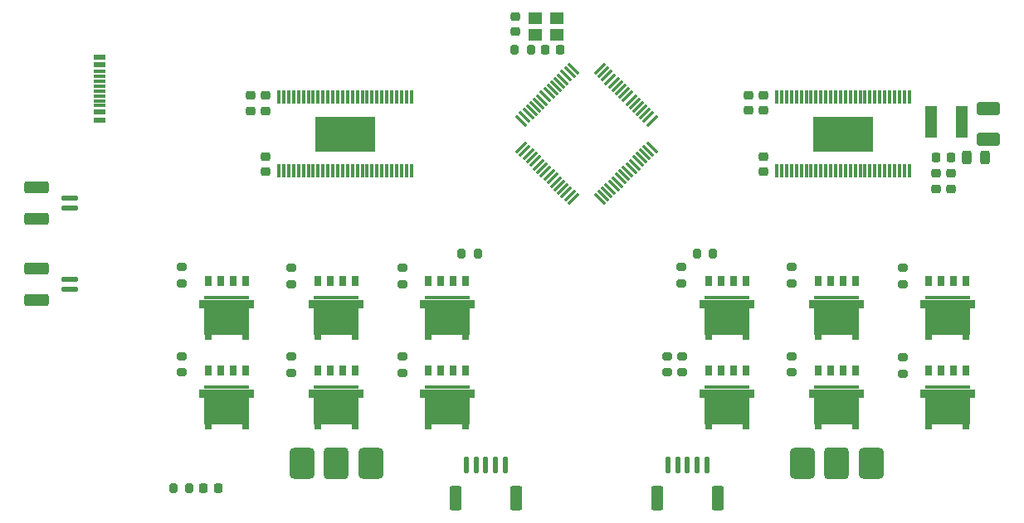
<source format=gbr>
%TF.GenerationSoftware,KiCad,Pcbnew,7.0.9*%
%TF.CreationDate,2024-01-31T13:13:56+08:00*%
%TF.ProjectId,MotorKit,4d6f746f-724b-4697-942e-6b696361645f,rev?*%
%TF.SameCoordinates,Original*%
%TF.FileFunction,Paste,Top*%
%TF.FilePolarity,Positive*%
%FSLAX46Y46*%
G04 Gerber Fmt 4.6, Leading zero omitted, Abs format (unit mm)*
G04 Created by KiCad (PCBNEW 7.0.9) date 2024-01-31 13:13:56*
%MOMM*%
%LPD*%
G01*
G04 APERTURE LIST*
G04 Aperture macros list*
%AMRoundRect*
0 Rectangle with rounded corners*
0 $1 Rounding radius*
0 $2 $3 $4 $5 $6 $7 $8 $9 X,Y pos of 4 corners*
0 Add a 4 corners polygon primitive as box body*
4,1,4,$2,$3,$4,$5,$6,$7,$8,$9,$2,$3,0*
0 Add four circle primitives for the rounded corners*
1,1,$1+$1,$2,$3*
1,1,$1+$1,$4,$5*
1,1,$1+$1,$6,$7*
1,1,$1+$1,$8,$9*
0 Add four rect primitives between the rounded corners*
20,1,$1+$1,$2,$3,$4,$5,0*
20,1,$1+$1,$4,$5,$6,$7,0*
20,1,$1+$1,$6,$7,$8,$9,0*
20,1,$1+$1,$8,$9,$2,$3,0*%
G04 Aperture macros list end*
%ADD10RoundRect,0.225000X-0.250000X0.225000X-0.250000X-0.225000X0.250000X-0.225000X0.250000X0.225000X0*%
%ADD11R,0.750000X1.000000*%
%ADD12R,0.750000X0.475000*%
%ADD13R,4.560000X2.730000*%
%ADD14R,5.550000X0.910000*%
%ADD15R,4.560000X0.430000*%
%ADD16RoundRect,0.225000X0.250000X-0.225000X0.250000X0.225000X-0.250000X0.225000X-0.250000X-0.225000X0*%
%ADD17RoundRect,0.200000X0.275000X-0.200000X0.275000X0.200000X-0.275000X0.200000X-0.275000X-0.200000X0*%
%ADD18RoundRect,0.218750X0.218750X0.256250X-0.218750X0.256250X-0.218750X-0.256250X0.218750X-0.256250X0*%
%ADD19R,1.150000X0.600000*%
%ADD20R,1.150000X0.300000*%
%ADD21R,0.300000X1.475000*%
%ADD22R,6.220000X3.680000*%
%ADD23RoundRect,0.100000X0.750000X-0.150000X0.750000X0.150000X-0.750000X0.150000X-0.750000X-0.150000X0*%
%ADD24RoundRect,0.200000X1.050000X-0.400000X1.050000X0.400000X-1.050000X0.400000X-1.050000X-0.400000X0*%
%ADD25RoundRect,0.243750X-0.243750X-0.456250X0.243750X-0.456250X0.243750X0.456250X-0.243750X0.456250X0*%
%ADD26RoundRect,0.200000X-0.200000X-0.275000X0.200000X-0.275000X0.200000X0.275000X-0.200000X0.275000X0*%
%ADD27RoundRect,0.100000X0.150000X0.750000X-0.150000X0.750000X-0.150000X-0.750000X0.150000X-0.750000X0*%
%ADD28RoundRect,0.200000X0.400000X1.050000X-0.400000X1.050000X-0.400000X-1.050000X0.400000X-1.050000X0*%
%ADD29RoundRect,0.075000X-0.548008X0.441942X0.441942X-0.548008X0.548008X-0.441942X-0.441942X0.548008X0*%
%ADD30RoundRect,0.075000X-0.548008X-0.441942X-0.441942X-0.548008X0.548008X0.441942X0.441942X0.548008X0*%
%ADD31R,1.400000X1.200000*%
%ADD32RoundRect,0.250000X-0.925000X0.412500X-0.925000X-0.412500X0.925000X-0.412500X0.925000X0.412500X0*%
%ADD33RoundRect,0.225000X-0.225000X-0.250000X0.225000X-0.250000X0.225000X0.250000X-0.225000X0.250000X0*%
%ADD34RoundRect,0.200000X0.200000X0.275000X-0.200000X0.275000X-0.200000X-0.275000X0.200000X-0.275000X0*%
%ADD35R,1.200000X3.300000*%
%ADD36RoundRect,0.520000X-0.780000X-1.080000X0.780000X-1.080000X0.780000X1.080000X-0.780000X1.080000X0*%
%ADD37RoundRect,0.520000X-0.780000X-1.130000X0.780000X-1.130000X0.780000X1.130000X-0.780000X1.130000X0*%
G04 APERTURE END LIST*
D10*
%TO.C,C39*%
X190500000Y-90493000D03*
X190500000Y-92043000D03*
%TD*%
D11*
%TO.C,Q13*%
X118491000Y-110617000D03*
X117221000Y-110617000D03*
X115951000Y-110617000D03*
X114681000Y-110617000D03*
D12*
X118491000Y-116375000D03*
D13*
X116586000Y-114775000D03*
D14*
X116586000Y-112960000D03*
D15*
X116586000Y-112295000D03*
D12*
X114681000Y-116375000D03*
%TD*%
D16*
%TO.C,C34*%
X171323000Y-90310000D03*
X171323000Y-88760000D03*
%TD*%
D11*
%TO.C,Q9*%
X140970000Y-110617000D03*
X139700000Y-110617000D03*
X138430000Y-110617000D03*
X137160000Y-110617000D03*
D12*
X140970000Y-116375000D03*
D13*
X139065000Y-114775000D03*
D14*
X139065000Y-112960000D03*
D15*
X139065000Y-112295000D03*
D12*
X137160000Y-116375000D03*
%TD*%
D17*
%TO.C,R52*%
X123190000Y-101790000D03*
X123190000Y-100140000D03*
%TD*%
D18*
%TO.C,D5*%
X115748000Y-122682000D03*
X114173000Y-122682000D03*
%TD*%
D19*
%TO.C,J8*%
X103566500Y-78612000D03*
X103566500Y-79412000D03*
D20*
X103566500Y-80562000D03*
X103566500Y-81562000D03*
X103566500Y-82062000D03*
X103566500Y-83062000D03*
D19*
X103566500Y-85012000D03*
X103566500Y-84212000D03*
D20*
X103566500Y-83562000D03*
X103566500Y-82562000D03*
X103566500Y-81062000D03*
X103566500Y-80062000D03*
%TD*%
D16*
%TO.C,C51*%
X120523000Y-90310000D03*
X120523000Y-88760000D03*
%TD*%
D17*
%TO.C,R51*%
X123190000Y-110870000D03*
X123190000Y-109220000D03*
%TD*%
D21*
%TO.C,IC1*%
X186201000Y-82675000D03*
X185701000Y-82675000D03*
X185201000Y-82675000D03*
X184701000Y-82675000D03*
X184201000Y-82675000D03*
X183701000Y-82675000D03*
X183201000Y-82675000D03*
X182701000Y-82675000D03*
X182201000Y-82675000D03*
X181701000Y-82675000D03*
X181201000Y-82675000D03*
X180701000Y-82675000D03*
X180201000Y-82675000D03*
X179701000Y-82675000D03*
X179201000Y-82675000D03*
X178701000Y-82675000D03*
X178201000Y-82675000D03*
X177701000Y-82675000D03*
X177201000Y-82675000D03*
X176701000Y-82675000D03*
X176201000Y-82675000D03*
X175701000Y-82675000D03*
X175201000Y-82675000D03*
X174701000Y-82675000D03*
X174201000Y-82675000D03*
X173701000Y-82675000D03*
X173201000Y-82675000D03*
X172701000Y-82675000D03*
X172701000Y-90251000D03*
X173201000Y-90251000D03*
X173701000Y-90251000D03*
X174201000Y-90251000D03*
X174701000Y-90251000D03*
X175201000Y-90251000D03*
X175701000Y-90251000D03*
X176201000Y-90251000D03*
X176701000Y-90251000D03*
X177201000Y-90251000D03*
X177701000Y-90251000D03*
X178201000Y-90251000D03*
X178701000Y-90251000D03*
X179201000Y-90251000D03*
X179701000Y-90251000D03*
X180201000Y-90251000D03*
X180701000Y-90251000D03*
X181201000Y-90251000D03*
X181701000Y-90251000D03*
X182201000Y-90251000D03*
X182701000Y-90251000D03*
X183201000Y-90251000D03*
X183701000Y-90251000D03*
X184201000Y-90251000D03*
X184701000Y-90251000D03*
X185201000Y-90251000D03*
X185701000Y-90251000D03*
X186201000Y-90251000D03*
D22*
X179451000Y-86463000D03*
%TD*%
D17*
%TO.C,R50*%
X134493000Y-101790000D03*
X134493000Y-100140000D03*
%TD*%
%TO.C,R49*%
X134493000Y-110871000D03*
X134493000Y-109221000D03*
%TD*%
%TO.C,R35*%
X185547000Y-110934000D03*
X185547000Y-109284000D03*
%TD*%
%TO.C,R13*%
X161544000Y-110807000D03*
X161544000Y-109157000D03*
%TD*%
%TO.C,R36*%
X185547000Y-101790000D03*
X185547000Y-100140000D03*
%TD*%
D11*
%TO.C,Q4*%
X192024000Y-101506000D03*
X190754000Y-101506000D03*
X189484000Y-101506000D03*
X188214000Y-101506000D03*
D12*
X192024000Y-107264000D03*
D13*
X190119000Y-105664000D03*
D14*
X190119000Y-103849000D03*
D15*
X190119000Y-103184000D03*
D12*
X188214000Y-107264000D03*
%TD*%
D17*
%TO.C,R54*%
X112014000Y-110807000D03*
X112014000Y-109157000D03*
%TD*%
D23*
%TO.C,J9*%
X100579000Y-102342000D03*
X100579000Y-101342000D03*
D24*
X97179000Y-103442000D03*
X97179000Y-100242000D03*
%TD*%
D16*
%TO.C,C2*%
X146007000Y-75991526D03*
X146007000Y-74441526D03*
%TD*%
%TO.C,C33*%
X171323000Y-84055000D03*
X171323000Y-82505000D03*
%TD*%
D23*
%TO.C,J10*%
X100579000Y-94007000D03*
X100579000Y-93007000D03*
D24*
X97179000Y-95107000D03*
X97179000Y-91907000D03*
%TD*%
D11*
%TO.C,Q5*%
X180721000Y-110629000D03*
X179451000Y-110629000D03*
X178181000Y-110629000D03*
X176911000Y-110629000D03*
D12*
X180721000Y-116387000D03*
D13*
X178816000Y-114787000D03*
D14*
X178816000Y-112972000D03*
D15*
X178816000Y-112307000D03*
D12*
X176911000Y-116387000D03*
%TD*%
D25*
%TO.C,D6*%
X192089500Y-88868000D03*
X193964500Y-88868000D03*
%TD*%
D11*
%TO.C,Q10*%
X140970000Y-101488000D03*
X139700000Y-101488000D03*
X138430000Y-101488000D03*
X137160000Y-101488000D03*
D12*
X140970000Y-107246000D03*
D13*
X139065000Y-105646000D03*
D14*
X139065000Y-103831000D03*
D15*
X139065000Y-103166000D03*
D12*
X137160000Y-107246000D03*
%TD*%
D11*
%TO.C,Q11*%
X129667000Y-110617000D03*
X128397000Y-110617000D03*
X127127000Y-110617000D03*
X125857000Y-110617000D03*
D12*
X129667000Y-116375000D03*
D13*
X127762000Y-114775000D03*
D14*
X127762000Y-112960000D03*
D15*
X127762000Y-112295000D03*
D12*
X125857000Y-116375000D03*
%TD*%
D26*
%TO.C,R2*%
X145943999Y-77883525D03*
X147593999Y-77883525D03*
%TD*%
D11*
%TO.C,Q8*%
X169545000Y-101506000D03*
X168275000Y-101506000D03*
X167005000Y-101506000D03*
X165735000Y-101506000D03*
D12*
X169545000Y-107264000D03*
D13*
X167640000Y-105664000D03*
D14*
X167640000Y-103849000D03*
D15*
X167640000Y-103184000D03*
D12*
X165735000Y-107264000D03*
%TD*%
D16*
%TO.C,C58*%
X169799000Y-84055000D03*
X169799000Y-82505000D03*
%TD*%
D27*
%TO.C,J4*%
X165576000Y-120274000D03*
X164576000Y-120274000D03*
X163576000Y-120274000D03*
X162576000Y-120274000D03*
X161576000Y-120274000D03*
D28*
X166676000Y-123674000D03*
X160476000Y-123674000D03*
%TD*%
D21*
%TO.C,IC2*%
X135401000Y-82675000D03*
X134901000Y-82675000D03*
X134401000Y-82675000D03*
X133901000Y-82675000D03*
X133401000Y-82675000D03*
X132901000Y-82675000D03*
X132401000Y-82675000D03*
X131901000Y-82675000D03*
X131401000Y-82675000D03*
X130901000Y-82675000D03*
X130401000Y-82675000D03*
X129901000Y-82675000D03*
X129401000Y-82675000D03*
X128901000Y-82675000D03*
X128401000Y-82675000D03*
X127901000Y-82675000D03*
X127401000Y-82675000D03*
X126901000Y-82675000D03*
X126401000Y-82675000D03*
X125901000Y-82675000D03*
X125401000Y-82675000D03*
X124901000Y-82675000D03*
X124401000Y-82675000D03*
X123901000Y-82675000D03*
X123401000Y-82675000D03*
X122901000Y-82675000D03*
X122401000Y-82675000D03*
X121901000Y-82675000D03*
X121901000Y-90251000D03*
X122401000Y-90251000D03*
X122901000Y-90251000D03*
X123401000Y-90251000D03*
X123901000Y-90251000D03*
X124401000Y-90251000D03*
X124901000Y-90251000D03*
X125401000Y-90251000D03*
X125901000Y-90251000D03*
X126401000Y-90251000D03*
X126901000Y-90251000D03*
X127401000Y-90251000D03*
X127901000Y-90251000D03*
X128401000Y-90251000D03*
X128901000Y-90251000D03*
X129401000Y-90251000D03*
X129901000Y-90251000D03*
X130401000Y-90251000D03*
X130901000Y-90251000D03*
X131401000Y-90251000D03*
X131901000Y-90251000D03*
X132401000Y-90251000D03*
X132901000Y-90251000D03*
X133401000Y-90251000D03*
X133901000Y-90251000D03*
X134401000Y-90251000D03*
X134901000Y-90251000D03*
X135401000Y-90251000D03*
D22*
X128651000Y-86463000D03*
%TD*%
D29*
%TO.C,U1*%
X151927819Y-79798519D03*
X151574266Y-80152072D03*
X151220713Y-80505625D03*
X150867159Y-80859179D03*
X150513606Y-81212732D03*
X150160052Y-81566286D03*
X149806499Y-81919839D03*
X149452946Y-82273392D03*
X149099392Y-82626946D03*
X148745839Y-82980499D03*
X148392286Y-83334052D03*
X148038732Y-83687606D03*
X147685179Y-84041159D03*
X147331625Y-84394713D03*
X146978072Y-84748266D03*
X146624519Y-85101819D03*
D30*
X146624519Y-87824181D03*
X146978072Y-88177734D03*
X147331625Y-88531287D03*
X147685179Y-88884841D03*
X148038732Y-89238394D03*
X148392286Y-89591948D03*
X148745839Y-89945501D03*
X149099392Y-90299054D03*
X149452946Y-90652608D03*
X149806499Y-91006161D03*
X150160052Y-91359714D03*
X150513606Y-91713268D03*
X150867159Y-92066821D03*
X151220713Y-92420375D03*
X151574266Y-92773928D03*
X151927819Y-93127481D03*
D29*
X154650181Y-93127481D03*
X155003734Y-92773928D03*
X155357287Y-92420375D03*
X155710841Y-92066821D03*
X156064394Y-91713268D03*
X156417948Y-91359714D03*
X156771501Y-91006161D03*
X157125054Y-90652608D03*
X157478608Y-90299054D03*
X157832161Y-89945501D03*
X158185714Y-89591948D03*
X158539268Y-89238394D03*
X158892821Y-88884841D03*
X159246375Y-88531287D03*
X159599928Y-88177734D03*
X159953481Y-87824181D03*
D30*
X159953481Y-85101819D03*
X159599928Y-84748266D03*
X159246375Y-84394713D03*
X158892821Y-84041159D03*
X158539268Y-83687606D03*
X158185714Y-83334052D03*
X157832161Y-82980499D03*
X157478608Y-82626946D03*
X157125054Y-82273392D03*
X156771501Y-81919839D03*
X156417948Y-81566286D03*
X156064394Y-81212732D03*
X155710841Y-80859179D03*
X155357287Y-80505625D03*
X155003734Y-80152072D03*
X154650181Y-79798519D03*
%TD*%
D31*
%TO.C,Y1*%
X150282000Y-74595000D03*
X148082000Y-74595000D03*
X148082000Y-76295000D03*
X150282000Y-76295000D03*
%TD*%
D11*
%TO.C,Q7*%
X169545000Y-110629000D03*
X168275000Y-110629000D03*
X167005000Y-110629000D03*
X165735000Y-110629000D03*
D12*
X169545000Y-116387000D03*
D13*
X167640000Y-114787000D03*
D14*
X167640000Y-112972000D03*
D15*
X167640000Y-112307000D03*
D12*
X165735000Y-116387000D03*
%TD*%
D16*
%TO.C,C59*%
X118999000Y-84087000D03*
X118999000Y-82537000D03*
%TD*%
D17*
%TO.C,R37*%
X174244000Y-110807000D03*
X174244000Y-109157000D03*
%TD*%
D26*
%TO.C,NTC1*%
X140526000Y-98679000D03*
X142176000Y-98679000D03*
%TD*%
D32*
%TO.C,C43*%
X194310000Y-83901500D03*
X194310000Y-86976500D03*
%TD*%
D27*
%TO.C,J6*%
X145002000Y-120274000D03*
X144002000Y-120274000D03*
X143002000Y-120274000D03*
X142002000Y-120274000D03*
X141002000Y-120274000D03*
D28*
X146102000Y-123674000D03*
X139902000Y-123674000D03*
%TD*%
D17*
%TO.C,R55*%
X112014000Y-101726000D03*
X112014000Y-100076000D03*
%TD*%
D33*
%TO.C,C1*%
X149041998Y-77883525D03*
X150591998Y-77883525D03*
%TD*%
D34*
%TO.C,NTC2*%
X166179000Y-98679000D03*
X164529000Y-98679000D03*
%TD*%
D11*
%TO.C,Q3*%
X192024000Y-110650000D03*
X190754000Y-110650000D03*
X189484000Y-110650000D03*
X188214000Y-110650000D03*
D12*
X192024000Y-116408000D03*
D13*
X190119000Y-114808000D03*
D14*
X190119000Y-112993000D03*
D15*
X190119000Y-112328000D03*
D12*
X188214000Y-116408000D03*
%TD*%
D11*
%TO.C,Q12*%
X129667000Y-101488000D03*
X128397000Y-101488000D03*
X127127000Y-101488000D03*
X125857000Y-101488000D03*
D12*
X129667000Y-107246000D03*
D13*
X127762000Y-105646000D03*
D14*
X127762000Y-103831000D03*
D15*
X127762000Y-103166000D03*
D12*
X125857000Y-107246000D03*
%TD*%
D11*
%TO.C,Q14*%
X118491000Y-101488000D03*
X117221000Y-101488000D03*
X115951000Y-101488000D03*
X114681000Y-101488000D03*
D12*
X118491000Y-107246000D03*
D13*
X116586000Y-105646000D03*
D14*
X116586000Y-103831000D03*
D15*
X116586000Y-103166000D03*
D12*
X114681000Y-107246000D03*
%TD*%
D17*
%TO.C,R40*%
X163068000Y-110807000D03*
X163068000Y-109157000D03*
%TD*%
%TO.C,R41*%
X162941000Y-101726000D03*
X162941000Y-100076000D03*
%TD*%
D11*
%TO.C,Q6*%
X180721000Y-101506000D03*
X179451000Y-101506000D03*
X178181000Y-101506000D03*
X176911000Y-101506000D03*
D12*
X180721000Y-107264000D03*
D13*
X178816000Y-105664000D03*
D14*
X178816000Y-103849000D03*
D15*
X178816000Y-103184000D03*
D12*
X176911000Y-107264000D03*
%TD*%
D35*
%TO.C,L1*%
X188442000Y-85185000D03*
X191542000Y-85185000D03*
%TD*%
D17*
%TO.C,R38*%
X174244000Y-101726000D03*
X174244000Y-100076000D03*
%TD*%
D36*
%TO.C,J12*%
X131262000Y-120141000D03*
D37*
X127762000Y-120141000D03*
D36*
X124262000Y-120141000D03*
%TD*%
D16*
%TO.C,C50*%
X120523000Y-84087000D03*
X120523000Y-82537000D03*
%TD*%
D36*
%TO.C,J11*%
X182316000Y-120141000D03*
D37*
X178816000Y-120141000D03*
D36*
X175316000Y-120141000D03*
%TD*%
D26*
%TO.C,R15*%
X111126000Y-122682000D03*
X112776000Y-122682000D03*
%TD*%
D10*
%TO.C,C40*%
X188976000Y-90493000D03*
X188976000Y-92043000D03*
%TD*%
D33*
%TO.C,C35*%
X188950000Y-88868000D03*
X190500000Y-88868000D03*
%TD*%
M02*

</source>
